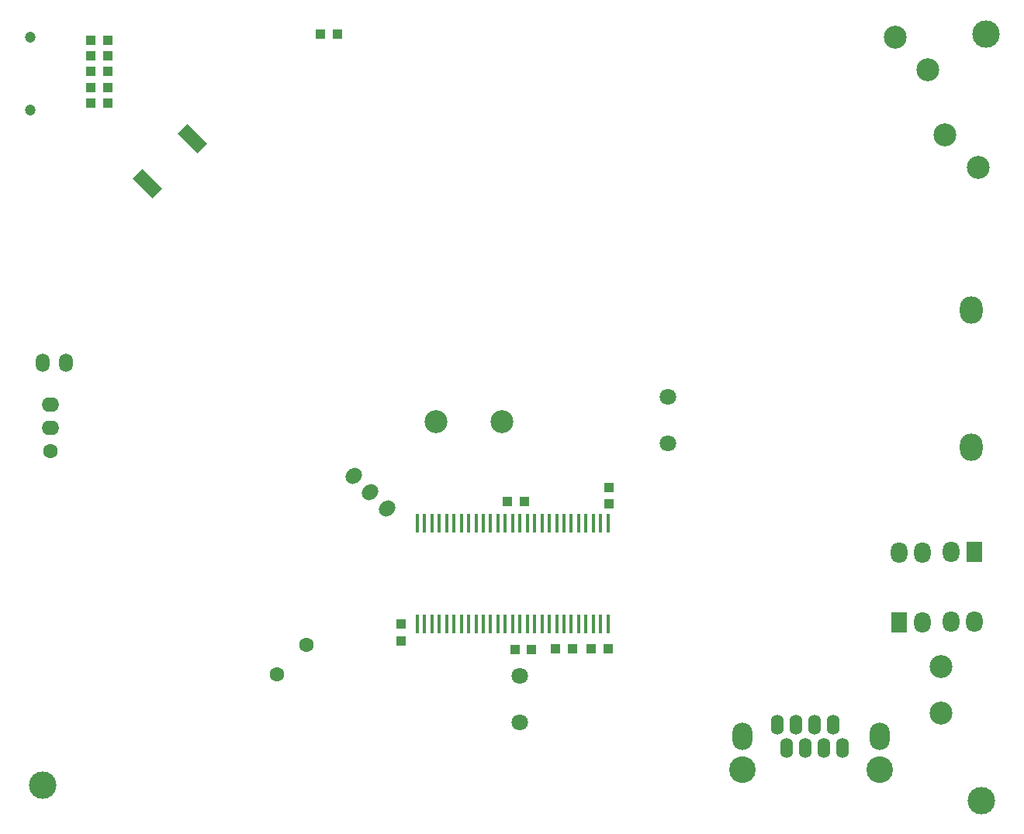
<source format=gbr>
%TF.GenerationSoftware,Altium Limited,Altium Designer,23.1.1 (15)*%
G04 Layer_Color=255*
%FSLAX45Y45*%
%MOMM*%
%TF.SameCoordinates,5129EF4F-D339-4E8A-A4D9-011D67CBAE45*%
%TF.FilePolarity,Positive*%
%TF.FileFunction,Pads,Bot*%
%TF.Part,Single*%
G01*
G75*
%TA.AperFunction,SMDPad,CuDef*%
%ADD28R,1.00000X1.10000*%
%ADD29R,1.10000X1.00000*%
%TA.AperFunction,ComponentPad*%
%ADD72C,2.50000*%
%ADD73O,2.50000X3.00000*%
%TA.AperFunction,ViaPad*%
%ADD74C,3.00000*%
%TA.AperFunction,ComponentPad*%
%ADD75C,1.80000*%
%ADD76R,1.80000X2.30000*%
%ADD77O,1.80000X2.30000*%
%ADD78C,2.90000*%
%ADD79O,1.40000X2.20000*%
%ADD80O,2.20000X3.00000*%
%ADD81C,1.60000*%
G04:AMPARAMS|DCode=82|XSize=1.6mm|YSize=1.9mm|CornerRadius=0mm|HoleSize=0mm|Usage=FLASHONLY|Rotation=315.000|XOffset=0mm|YOffset=0mm|HoleType=Round|Shape=Round|*
%AMOVALD82*
21,1,0.30000,1.60000,0.00000,0.00000,45.0*
1,1,1.60000,-0.10607,-0.10607*
1,1,1.60000,0.10607,0.10607*
%
%ADD82OVALD82*%

%ADD83O,1.90000X1.60000*%
%ADD84O,1.50000X2.00000*%
%ADD85C,1.20000*%
%TA.AperFunction,SMDPad,CuDef*%
%ADD94R,0.45000X2.00000*%
G04:AMPARAMS|DCode=95|XSize=3mm|YSize=1.5mm|CornerRadius=0mm|HoleSize=0mm|Usage=FLASHONLY|Rotation=135.000|XOffset=0mm|YOffset=0mm|HoleType=Round|Shape=Rectangle|*
%AMROTATEDRECTD95*
4,1,4,1.59099,-0.53033,0.53033,-1.59099,-1.59099,0.53033,-0.53033,1.59099,1.59099,-0.53033,0.0*
%
%ADD95ROTATEDRECTD95*%

D28*
X3550920Y-16601559D02*
D03*
Y-16418559D02*
D03*
X5816600Y-15108040D02*
D03*
Y-14925040D02*
D03*
D29*
X2849019Y-9972040D02*
D03*
X2666019D02*
D03*
X342900Y-10040620D02*
D03*
X159900D02*
D03*
X342900Y-10213340D02*
D03*
X159900D02*
D03*
X342900Y-10386060D02*
D03*
X159900D02*
D03*
X342900Y-10556240D02*
D03*
X159900D02*
D03*
X342900Y-10726420D02*
D03*
X159900D02*
D03*
X4709040Y-15085060D02*
D03*
X4892040D02*
D03*
X4973440Y-16695419D02*
D03*
X4790440D02*
D03*
X5415280Y-16690340D02*
D03*
X5232280D02*
D03*
X5623560Y-16687801D02*
D03*
X5806560D02*
D03*
D72*
X8937190Y-10006530D02*
D03*
X9296400Y-10365740D02*
D03*
X9484360Y-11074400D02*
D03*
X9843570Y-11433610D02*
D03*
X3925035Y-14208760D02*
D03*
X4648935D02*
D03*
X9438639Y-16880840D02*
D03*
Y-17388840D02*
D03*
D73*
X9773919Y-12992101D02*
D03*
Y-14490700D02*
D03*
D74*
X-368300Y-18176241D02*
D03*
X9931400Y-9972040D02*
D03*
X9880600Y-18346420D02*
D03*
D75*
X6459220Y-14450060D02*
D03*
Y-13942059D02*
D03*
X4843780Y-17495520D02*
D03*
Y-16987520D02*
D03*
D76*
X9806940Y-15633701D02*
D03*
X8986520Y-16398241D02*
D03*
D77*
X9806940Y-16395700D02*
D03*
X9552940Y-15633701D02*
D03*
Y-16395700D02*
D03*
X9240520Y-16398241D02*
D03*
Y-15636240D02*
D03*
X8986520D02*
D03*
D78*
X7272020Y-18008601D02*
D03*
X8772022D02*
D03*
D79*
X7652019Y-17521600D02*
D03*
X7754021Y-17775601D02*
D03*
X7958018D02*
D03*
X8060019Y-17521600D02*
D03*
X7856022D02*
D03*
X8264022D02*
D03*
X8366018Y-17775601D02*
D03*
X8162021Y-17775603D02*
D03*
D80*
X7273422Y-17648601D02*
D03*
X8772022D02*
D03*
D81*
X2514600Y-16649699D02*
D03*
X2194917Y-16965848D02*
D03*
X-279400Y-14528799D02*
D03*
D82*
X3391970Y-15159790D02*
D03*
X3032760Y-14800580D02*
D03*
X3212365Y-14980185D02*
D03*
D83*
X-279400Y-14020799D02*
D03*
Y-14274800D02*
D03*
D84*
X-106679Y-13568680D02*
D03*
X-360679D02*
D03*
D85*
X-503900Y-10808884D02*
D03*
X-503900Y-10008881D02*
D03*
D94*
X5405038Y-15319919D02*
D03*
X4925039D02*
D03*
X5645037Y-16419922D02*
D03*
X5805037D02*
D03*
X5165038D02*
D03*
X4765039Y-16419920D02*
D03*
X3725041Y-16419922D02*
D03*
X4045041D02*
D03*
X3965041D02*
D03*
X3885041D02*
D03*
X3805041D02*
D03*
Y-15319919D02*
D03*
X3885041D02*
D03*
X3965041Y-15319919D02*
D03*
X4045041Y-15319919D02*
D03*
X4125041D02*
D03*
X4205041D02*
D03*
X4125041Y-16419922D02*
D03*
X4285040Y-15319919D02*
D03*
X4285040Y-16419922D02*
D03*
X4205040D02*
D03*
X5725037D02*
D03*
X5565038D02*
D03*
X5485038D02*
D03*
X5325038D02*
D03*
X5245039D02*
D03*
X5085039D02*
D03*
X5005039D02*
D03*
X4845039D02*
D03*
Y-15319919D02*
D03*
X5005039D02*
D03*
X5085038D02*
D03*
X5245038D02*
D03*
X5325038D02*
D03*
X5485038D02*
D03*
X5565038Y-15319919D02*
D03*
X5725037Y-15319919D02*
D03*
X4685039Y-16419922D02*
D03*
X4605040Y-15319919D02*
D03*
X4445040D02*
D03*
X4525040D02*
D03*
X4525039Y-16419922D02*
D03*
X4365040D02*
D03*
X4445040D02*
D03*
X4605040D02*
D03*
X4925039D02*
D03*
X5405038D02*
D03*
X5645037Y-15319919D02*
D03*
X5165038D02*
D03*
X5805037D02*
D03*
X4765039D02*
D03*
X3725041D02*
D03*
X4365040D02*
D03*
X4685039D02*
D03*
D95*
X1271321Y-11121339D02*
D03*
X780999Y-11611661D02*
D03*
%TF.MD5,7ebb09ee75814fe53bff0640fd150220*%
M02*

</source>
